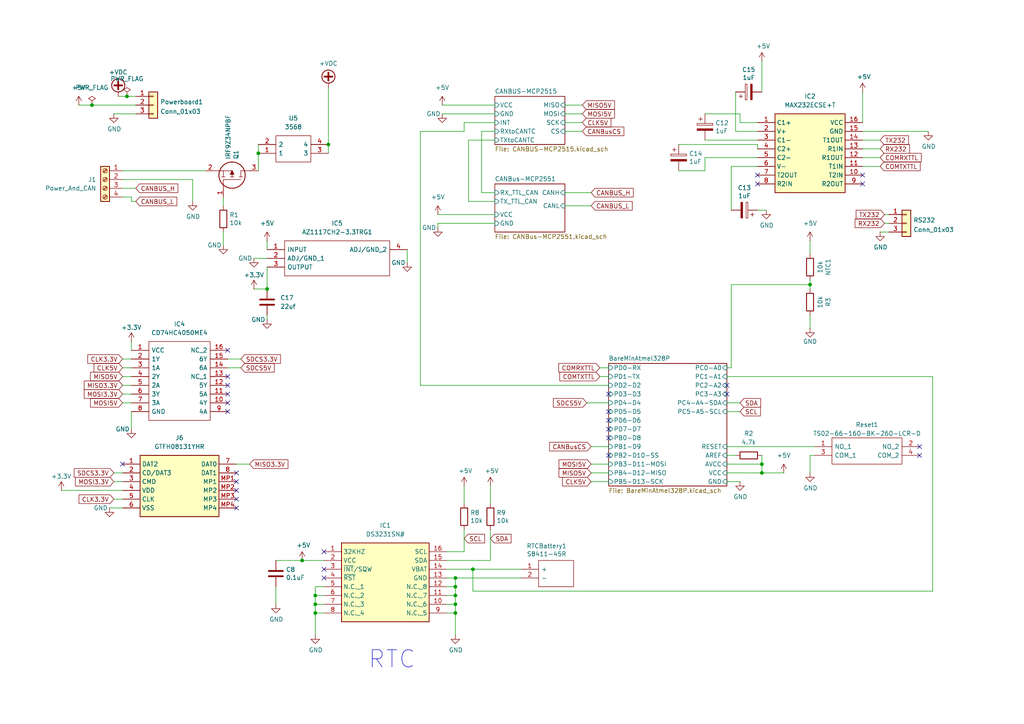
<source format=kicad_sch>
(kicad_sch (version 20250114) (generator "eeschema") (generator_version "9.0")
  (paper "A4")
  (lib_symbols
    (symbol "Connector:Screw_Terminal_01x04" (pin_names (offset 1.016) (hide yes))
      (property "Reference" "J" (at 0 5.08 0))
      (property "Value" "Screw_Terminal_01x04" (at 0 -7.62 0))
      (symbol "Screw_Terminal_01x04_1_1"
        (rectangle (start -1.27 3.81) (end 1.27 -6.35) (stroke (width 0.254)) (fill (type background)))
        (polyline (pts (xy -0.5334 2.8702) (xy 0.3302 2.032)) (stroke (width 0.1524)))
        (polyline (pts (xy -0.5334 0.3302) (xy 0.3302 -0.508)) (stroke (width 0.1524)))
        (polyline (pts (xy -0.5334 -2.2098) (xy 0.3302 -3.048)) (stroke (width 0.1524)))
        (polyline (pts (xy -0.5334 -4.7498) (xy 0.3302 -5.588)) (stroke (width 0.1524)))
        (polyline (pts (xy -0.3556 3.048) (xy 0.508 2.2098)) (stroke (width 0.1524)))
        (polyline (pts (xy -0.3556 0.508) (xy 0.508 -0.3302)) (stroke (width 0.1524)))
        (polyline (pts (xy -0.3556 -2.032) (xy 0.508 -2.8702)) (stroke (width 0.1524)))
        (polyline (pts (xy -0.3556 -4.572) (xy 0.508 -5.4102)) (stroke (width 0.1524)))
        (circle (center 0 2.54) (radius 0.635) (stroke (width 0.1524)))
        (circle (center 0 0) (radius 0.635) (stroke (width 0.1524)))
        (circle (center 0 -2.54) (radius 0.635) (stroke (width 0.1524)))
        (circle (center 0 -5.08) (radius 0.635) (stroke (width 0.1524)))
        (pin passive line (at -5.08 2.54 0) (length 3.81) (name "Pin_1") (number "1"))
        (pin passive line (at -5.08 0 0) (length 3.81) (name "Pin_2") (number "2"))
        (pin passive line (at -5.08 -2.54 0) (length 3.81) (name "Pin_3") (number "3"))
        (pin passive line (at -5.08 -5.08 0) (length 3.81) (name "Pin_4") (number "4"))
      )
    )
    (symbol "Connector_Generic:Conn_01x03" (pin_names (offset 1.016) (hide yes))
      (property "Reference" "J" (at 0 5.08 0))
      (property "Value" "Conn_01x03" (at 0 -5.08 0))
      (symbol "Conn_01x03_1_1"
        (rectangle (start -1.27 3.81) (end 1.27 -3.81) (stroke (width 0.254)) (fill (type background)))
        (rectangle (start -1.27 2.667) (end 0 2.413) (stroke (width 0.1524)))
        (rectangle (start -1.27 0.127) (end 0 -0.127) (stroke (width 0.1524)))
        (rectangle (start -1.27 -2.413) (end 0 -2.667) (stroke (width 0.1524)))
        (pin passive line (at -5.08 2.54 0) (length 3.81) (name "Pin_1") (number "1"))
        (pin passive line (at -5.08 0 0) (length 3.81) (name "Pin_2") (number "2"))
        (pin passive line (at -5.08 -2.54 0) (length 3.81) (name "Pin_3") (number "3"))
      )
    )
    (symbol "Device:C" (pin_numbers (hide yes)) (pin_names (offset 0.254))
      (property "Reference" "C" (at 0.635 2.54 0))
      (property "Value" "C" (at 0.635 -2.54 0))
      (symbol "C_0_1"
        (polyline (pts (xy -2.032 0.762) (xy 2.032 0.762)) (stroke (width 0.508)))
        (polyline (pts (xy -2.032 -0.762) (xy 2.032 -0.762)) (stroke (width 0.508)))
      )
      (symbol "C_1_1"
        (pin passive line (at 0 3.81 270) (length 2.794) (name "~") (number "1"))
        (pin passive line (at 0 -3.81 90) (length 2.794) (name "~") (number "2"))
      )
    )
    (symbol "Device:CP" (pin_numbers (hide yes)) (pin_names (offset 0.254))
      (property "Reference" "C" (at 0.635 2.54 0))
      (property "Value" "Device_CP" (at 0.635 -2.54 0))
      (symbol "CP_0_1"
        (rectangle (start -2.286 0.508) (end 2.286 1.016))
        (polyline (pts (xy -1.778 2.286) (xy -0.762 2.286)))
        (polyline (pts (xy -1.27 2.794) (xy -1.27 1.778)))
        (rectangle (start 2.286 -0.508) (end -2.286 -1.016) (fill (type outline)))
      )
      (symbol "CP_1_1"
        (pin passive line (at 0 3.81 270) (length 2.794) (name "~") (number "1"))
        (pin passive line (at 0 -3.81 90) (length 2.794) (name "~") (number "2"))
      )
    )
    (symbol "Device:R" (pin_numbers (hide yes)) (pin_names (offset 0))
      (property "Reference" "R" (at 2.032 0 90))
      (property "Value" "R" (at 0 0 90))
      (symbol "R_0_1"
        (rectangle (start -1.016 -2.54) (end 1.016 2.54) (stroke (width 0.254)))
      )
      (symbol "R_1_1"
        (pin passive line (at 0 3.81 270) (length 1.27) (name "~") (number "1"))
        (pin passive line (at 0 -3.81 90) (length 1.27) (name "~") (number "2"))
      )
    )
    (symbol "SamacSys:DS3231SN#"
      (property "Reference" "IC" (at 31.75 7.62 0))
      (property "Value" "DS3231SN#" (at 31.75 5.08 0))
      (symbol "DS3231SN#_1_1"
        (rectangle (start 5.08 2.54) (end 30.48 -20.32) (stroke (width 0.254)) (fill (type background)))
        (pin passive line (at 0 0 0) (length 5.08) (name "32KHZ") (number "1"))
        (pin passive line (at 0 -2.54 0) (length 5.08) (name "VCC") (number "2"))
        (pin passive line (at 0 -5.08 0) (length 5.08) (name "~{INT}/SQW") (number "3"))
        (pin passive line (at 0 -7.62 0) (length 5.08) (name "~{RST}") (number "4"))
        (pin passive line (at 0 -10.16 0) (length 5.08) (name "N.C._1") (number "5"))
        (pin passive line (at 0 -12.7 0) (length 5.08) (name "N.C._2") (number "6"))
        (pin passive line (at 0 -15.24 0) (length 5.08) (name "N.C._3") (number "7"))
        (pin passive line (at 0 -17.78 0) (length 5.08) (name "N.C._4") (number "8"))
        (pin passive line (at 35.56 0 180) (length 5.08) (name "SCL") (number "16"))
        (pin passive line (at 35.56 -2.54 180) (length 5.08) (name "SDA") (number "15"))
        (pin passive line (at 35.56 -5.08 180) (length 5.08) (name "VBAT") (number "14"))
        (pin passive line (at 35.56 -7.62 180) (length 5.08) (name "GND") (number "13"))
        (pin passive line (at 35.56 -10.16 180) (length 5.08) (name "N.C._8") (number "12"))
        (pin passive line (at 35.56 -12.7 180) (length 5.08) (name "N.C._7") (number "11"))
        (pin passive line (at 35.56 -15.24 180) (length 5.08) (name "N.C._6") (number "10"))
        (pin passive line (at 35.56 -17.78 180) (length 5.08) (name "N.C._5") (number "9"))
      )
    )
    (symbol "SamacSys:GTFH08131YHR"
      (property "Reference" "J" (at 29.21 7.62 0))
      (property "Value" "GTFH08131YHR" (at 29.21 5.08 0))
      (symbol "GTFH08131YHR_1_1"
        (rectangle (start 5.08 2.54) (end 27.94 -15.24) (stroke (width 0.254)) (fill (type background)))
        (pin passive line (at 0 0 0) (length 5.08) (name "DAT2") (number "1"))
        (pin passive line (at 0 -2.54 0) (length 5.08) (name "CD/DAT3") (number "2"))
        (pin passive line (at 0 -5.08 0) (length 5.08) (name "CMD") (number "3"))
        (pin passive line (at 0 -7.62 0) (length 5.08) (name "VDD") (number "4"))
        (pin passive line (at 0 -10.16 0) (length 5.08) (name "CLK") (number "5"))
        (pin passive line (at 0 -12.7 0) (length 5.08) (name "VSS") (number "6"))
        (pin passive line (at 33.02 0 180) (length 5.08) (name "DAT0") (number "7"))
        (pin passive line (at 33.02 -2.54 180) (length 5.08) (name "DAT1") (number "8"))
        (pin passive line (at 33.02 -5.08 180) (length 5.08) (name "MP1") (number "MP1"))
        (pin passive line (at 33.02 -7.62 180) (length 5.08) (name "MP2") (number "MP2"))
        (pin passive line (at 33.02 -10.16 180) (length 5.08) (name "MP3") (number "MP3"))
        (pin passive line (at 33.02 -12.7 180) (length 5.08) (name "MP4") (number "MP4"))
      )
    )
    (symbol "SamacSys:MAX232ECSE+T"
      (property "Reference" "IC" (at 26.67 7.62 0))
      (property "Value" "MAX232ECSE+T" (at 26.67 5.08 0))
      (symbol "MAX232ECSE+T_1_1"
        (rectangle (start 5.08 2.54) (end 25.4 -20.32) (stroke (width 0.254)) (fill (type background)))
        (pin passive line (at 0 0 0) (length 5.08) (name "C1+") (number "1"))
        (pin passive line (at 0 -2.54 0) (length 5.08) (name "V+") (number "2"))
        (pin passive line (at 0 -5.08 0) (length 5.08) (name "C1-") (number "3"))
        (pin passive line (at 0 -7.62 0) (length 5.08) (name "C2+") (number "4"))
        (pin passive line (at 0 -10.16 0) (length 5.08) (name "C2-") (number "5"))
        (pin passive line (at 0 -12.7 0) (length 5.08) (name "V-") (number "6"))
        (pin passive line (at 0 -15.24 0) (length 5.08) (name "T2OUT") (number "7"))
        (pin passive line (at 0 -17.78 0) (length 5.08) (name "R2IN") (number "8"))
        (pin passive line (at 30.48 0 180) (length 5.08) (name "VCC") (number "16"))
        (pin passive line (at 30.48 -2.54 180) (length 5.08) (name "GND") (number "15"))
        (pin passive line (at 30.48 -5.08 180) (length 5.08) (name "T1OUT") (number "14"))
        (pin passive line (at 30.48 -7.62 180) (length 5.08) (name "R1IN") (number "13"))
        (pin passive line (at 30.48 -10.16 180) (length 5.08) (name "R1OUT") (number "12"))
        (pin passive line (at 30.48 -12.7 180) (length 5.08) (name "T1IN") (number "11"))
        (pin passive line (at 30.48 -15.24 180) (length 5.08) (name "T2IN") (number "10"))
        (pin passive line (at 30.48 -17.78 180) (length 5.08) (name "R2OUT") (number "9"))
      )
    )
    (symbol "SamacSys_Parts:3568" (pin_names (offset 0.762))
      (property "Reference" "U" (at 16.51 7.62 0))
      (property "Value" "3568" (at 16.51 5.08 0))
      (symbol "3568_0_0"
        (pin passive line (at 0 0 0) (length 5.08) (name "2") (number "2"))
        (pin passive line (at 0 -2.54 0) (length 5.08) (name "1") (number "1"))
        (pin passive line (at 20.32 0 180) (length 5.08) (name "4") (number "4"))
        (pin passive line (at 20.32 -2.54 180) (length 5.08) (name "3") (number "3"))
      )
      (symbol "3568_0_1"
        (polyline (pts (xy 5.08 2.54) (xy 15.24 2.54) (xy 15.24 -5.08) (xy 5.08 -5.08) (xy 5.08 2.54)) (stroke (width 0.1524)))
      )
    )
    (symbol "SamacSys_Parts:AZ1117CH2-3.3TRG1" (pin_names (offset 0.762))
      (property "Reference" "IC" (at 36.83 7.62 0))
      (property "Value" "AZ1117CH2-3.3TRG1" (at 36.83 5.08 0))
      (symbol "AZ1117CH2-3.3TRG1_0_0"
        (pin passive line (at 0 0 0) (length 5.08) (name "INPUT") (number "1"))
        (pin passive line (at 0 -2.54 0) (length 5.08) (name "ADJ/GND_1") (number "2"))
        (pin passive line (at 0 -5.08 0) (length 5.08) (name "OUTPUT") (number "3"))
        (pin passive line (at 40.64 0 180) (length 5.08) (name "ADJ/GND_2") (number "4"))
      )
      (symbol "AZ1117CH2-3.3TRG1_0_1"
        (polyline (pts (xy 5.08 2.54) (xy 35.56 2.54) (xy 35.56 -7.62) (xy 5.08 -7.62) (xy 5.08 2.54)) (stroke (width 0.1524)))
      )
    )
    (symbol "SamacSys_Parts:CD74HC4050ME4" (pin_names (offset 0.762))
      (property "Reference" "IC" (at 24.13 7.62 0))
      (property "Value" "CD74HC4050ME4" (at 24.13 5.08 0))
      (symbol "CD74HC4050ME4_0_0"
        (pin passive line (at 0 0 0) (length 5.08) (name "VCC") (number "1"))
        (pin passive line (at 0 -2.54 0) (length 5.08) (name "1Y") (number "2"))
        (pin passive line (at 0 -5.08 0) (length 5.08) (name "1A") (number "3"))
        (pin passive line (at 0 -7.62 0) (length 5.08) (name "2Y") (number "4"))
        (pin passive line (at 0 -10.16 0) (length 5.08) (name "2A") (number "5"))
        (pin passive line (at 0 -12.7 0) (length 5.08) (name "3Y") (number "6"))
        (pin passive line (at 0 -15.24 0) (length 5.08) (name "3A") (number "7"))
        (pin passive line (at 0 -17.78 0) (length 5.08) (name "GND") (number "8"))
        (pin passive line (at 27.94 0 180) (length 5.08) (name "NC_2") (number "16"))
        (pin passive line (at 27.94 -2.54 180) (length 5.08) (name "6Y") (number "15"))
        (pin passive line (at 27.94 -5.08 180) (length 5.08) (name "6A") (number "14"))
        (pin passive line (at 27.94 -7.62 180) (length 5.08) (name "NC_1") (number "13"))
        (pin passive line (at 27.94 -10.16 180) (length 5.08) (name "5Y") (number "12"))
        (pin passive line (at 27.94 -12.7 180) (length 5.08) (name "5A") (number "11"))
        (pin passive line (at 27.94 -15.24 180) (length 5.08) (name "4Y") (number "10"))
        (pin passive line (at 27.94 -17.78 180) (length 5.08) (name "4A") (number "9"))
      )
      (symbol "CD74HC4050ME4_0_1"
        (polyline (pts (xy 5.08 2.54) (xy 22.86 2.54) (xy 22.86 -20.32) (xy 5.08 -20.32) (xy 5.08 2.54)) (stroke (width 0.1524)))
      )
    )
    (symbol "SamacSys_Parts:IRF9Z34NPBF" (pin_names (offset 0.762))
      (property "Reference" "Q" (at 11.43 3.81 0))
      (property "Value" "IRF9Z34NPBF" (at 11.43 1.27 0))
      (symbol "IRF9Z34NPBF_0_0"
        (pin passive line (at 0 0 0) (length 2.54) (name "~") (number "1"))
        (pin passive line (at 7.62 10.16 270) (length 2.54) (name "~") (number "3"))
        (pin passive line (at 7.62 -5.08 90) (length 2.54) (name "~") (number "2"))
      )
      (symbol "IRF9Z34NPBF_0_1"
        (polyline (pts (xy 2.54 0) (xy 5.08 0) (xy 5.08 5.08)) (stroke (width 0.1524)))
        (polyline (pts (xy 5.842 5.588) (xy 5.842 4.572)) (stroke (width 0.1524)))
        (polyline (pts (xy 5.842 2.032) (xy 5.842 3.048)) (stroke (width 0.1524)))
        (polyline (pts (xy 5.842 0) (xy 7.62 0)) (stroke (width 0.1524)))
        (polyline (pts (xy 5.842 -0.508) (xy 5.842 0.508)) (stroke (width 0.1524)))
        (circle (center 6.35 2.54) (radius 3.81) (stroke (width 0.254)))
        (polyline (pts (xy 7.62 5.08) (xy 5.842 5.08)) (stroke (width 0.1524)))
        (polyline (pts (xy 7.62 5.08) (xy 7.62 7.62)) (stroke (width 0.1524)))
        (polyline (pts (xy 7.62 2.54) (xy 5.842 2.54)) (stroke (width 0.1524)))
        (polyline (pts (xy 7.62 2.54) (xy 7.62 -2.54)) (stroke (width 0.1524)))
        (polyline (pts (xy 7.62 2.54) (xy 6.604 3.048) (xy 6.604 2.032) (xy 7.62 2.54)) (stroke (width 0.254)) (fill (type outline)))
      )
    )
    (symbol "SamacSys_Parts:S8411-45R" (pin_names (offset 0.762))
      (property "Reference" "U" (at 16.51 7.62 0))
      (property "Value" "SamacSys_Parts_S8411-45R" (at 16.51 5.08 0))
      (symbol "S8411-45R_0_0"
        (pin passive line (at 0 0 0) (length 5.08) (name "-") (number "2"))
        (pin passive line (at 0 -2.54 0) (length 5.08) (name "+") (number "1"))
      )
      (symbol "S8411-45R_0_1"
        (polyline (pts (xy 5.08 2.54) (xy 15.24 2.54) (xy 15.24 -5.08) (xy 5.08 -5.08) (xy 5.08 2.54)) (stroke (width 0.1524)))
      )
    )
    (symbol "SamacSys_Parts:TS02-66-160-BK-260-LCR-D" (pin_names (offset 0.762))
      (property "Reference" "S" (at 26.67 7.62 0))
      (property "Value" "TS02-66-160-BK-260-LCR-D" (at 26.67 5.08 0))
      (symbol "TS02-66-160-BK-260-LCR-D_0_0"
        (pin passive line (at 0 0 0) (length 5.08) (name "NO_1") (number "1"))
        (pin passive line (at 0 -2.54 0) (length 5.08) (name "COM_1") (number "3"))
        (pin passive line (at 30.48 0 180) (length 5.08) (name "NO_2") (number "2"))
        (pin passive line (at 30.48 -2.54 180) (length 5.08) (name "COM_2") (number "4"))
      )
      (symbol "TS02-66-160-BK-260-LCR-D_0_1"
        (polyline (pts (xy 5.08 2.54) (xy 25.4 2.54) (xy 25.4 -5.08) (xy 5.08 -5.08) (xy 5.08 2.54)) (stroke (width 0.1524)))
      )
    )
    (symbol "power:+3.3V" (power) (pin_numbers (hide yes)) (pin_names (offset 0) (hide yes))
      (property "Value" "+3.3V" (at 0 3.556 0))
      (symbol "+3.3V_0_1"
        (polyline (pts (xy -0.762 1.27) (xy 0 2.54)))
        (polyline (pts (xy 0 2.54) (xy 0.762 1.27)))
        (polyline (pts (xy 0 0) (xy 0 2.54)))
      )
      (symbol "+3.3V_1_1"
        (pin power_in line (at 0 0 90) (length 0) (name "~") (number "1"))
      )
    )
    (symbol "power:+5V" (power) (pin_numbers (hide yes)) (pin_names (offset 0) (hide yes))
      (property "Value" "+5V" (at 0 3.556 0))
      (symbol "+5V_0_1"
        (polyline (pts (xy -0.762 1.27) (xy 0 2.54)))
        (polyline (pts (xy 0 2.54) (xy 0.762 1.27)))
        (polyline (pts (xy 0 0) (xy 0 2.54)))
      )
      (symbol "+5V_1_1"
        (pin power_in line (at 0 0 90) (length 0) (name "~") (number "1"))
      )
    )
    (symbol "power:+VDC" (power) (pin_numbers (hide yes)) (pin_names (offset 0) (hide yes))
      (property "Value" "+VDC" (at 0 6.35 0))
      (symbol "+VDC_0_1"
        (polyline (pts (xy -1.143 3.175) (xy 1.143 3.175)) (stroke (width 0.508)))
        (circle (center 0 3.175) (radius 1.905) (stroke (width 0.254)))
        (polyline (pts (xy 0 2.032) (xy 0 4.318)) (stroke (width 0.508)))
        (polyline (pts (xy 0 0) (xy 0 1.27)))
      )
      (symbol "+VDC_1_1"
        (pin power_in line (at 0 0 90) (length 0) (name "~") (number "1"))
      )
    )
    (symbol "power:GND" (power) (pin_numbers (hide yes)) (pin_names (offset 0) (hide yes))
      (property "Value" "GND" (at 0 -3.81 0))
      (symbol "GND_0_1"
        (polyline (pts (xy 0 0) (xy 0 -1.27) (xy 1.27 -1.27) (xy 0 -2.54) (xy -1.27 -1.27) (xy 0 -1.27)))
      )
      (symbol "GND_1_1"
        (pin power_in line (at 0 0 270) (length 0) (name "~") (number "1"))
      )
    )
    (symbol "power:PWR_FLAG" (power) (pin_numbers (hide yes)) (pin_names (offset 0) (hide yes))
      (property "Value" "PWR_FLAG" (at 0 3.81 0))
      (symbol "PWR_FLAG_0_0"
        (pin power_out line (at 0 0 90) (length 0) (name "~") (number "1"))
      )
      (symbol "PWR_FLAG_0_1"
        (polyline (pts (xy 0 0) (xy 0 1.27) (xy -1.016 1.905) (xy 0 2.54) (xy 1.016 1.905) (xy 0 1.27)))
      )
    )
  )
  (text "RTC" (at 106.68 194.31 0) (effects (font (size 5.0038 5.0038)) (justify left bottom)))
  (junction (at 87.63 162.56))
  (junction (at 77.47 83.82))
  (junction (at 132.08 172.72))
  (junction (at 132.08 175.26))
  (junction (at 234.95 82.55))
  (junction (at 95.25 41.91))
  (junction (at 132.08 177.8))
  (junction (at 74.93 44.45))
  (junction (at 137.16 165.1))
  (junction (at 91.44 175.26))
  (junction (at 91.44 172.72))
  (junction (at 36.83 27.94))
  (junction (at 132.08 167.64))
  (junction (at 91.44 177.8))
  (junction (at 220.98 134.62))
  (junction (at 26.67 30.48))
  (junction (at 220.98 137.16))
  (junction (at 132.08 170.18))
  (no_connect (at 93.98 167.64))
  (no_connect (at 176.53 114.3))
  (no_connect (at 66.04 109.22))
  (no_connect (at 219.71 53.34))
  (no_connect (at 266.7 132.08))
  (no_connect (at 93.98 165.1))
  (no_connect (at 66.04 116.84))
  (no_connect (at 66.04 111.76))
  (no_connect (at 68.58 137.16))
  (no_connect (at 176.53 132.08))
  (no_connect (at 68.58 147.32))
  (no_connect (at 250.19 50.8))
  (no_connect (at 210.82 114.3))
  (no_connect (at 66.04 101.6))
  (no_connect (at 176.53 124.46))
  (no_connect (at 266.7 129.54))
  (no_connect (at 68.58 139.7))
  (no_connect (at 35.56 134.62))
  (no_connect (at 68.58 142.24))
  (no_connect (at 219.71 50.8))
  (no_connect (at 66.04 119.38))
  (no_connect (at 176.53 121.92))
  (no_connect (at 68.58 144.78))
  (no_connect (at 93.98 160.02))
  (no_connect (at 66.04 114.3))
  (no_connect (at 210.82 111.76))
  (no_connect (at 176.53 127))
  (no_connect (at 250.19 53.34))
  (no_connect (at 176.53 119.38))
  (wire (pts (xy 35.56 109.22) (xy 38.1 109.22)))
  (wire (pts (xy 34.29 27.94) (xy 36.83 27.94)))
  (wire (pts (xy 35.56 52.07) (xy 55.88 52.07)))
  (wire (pts (xy 128.27 33.02) (xy 143.51 33.02)))
  (wire (pts (xy 66.04 106.68) (xy 69.85 106.68)))
  (wire (pts (xy 35.56 114.3) (xy 38.1 114.3)))
  (wire (pts (xy 95.25 41.91) (xy 95.25 44.45)))
  (wire (pts (xy 170.18 116.84) (xy 176.53 116.84)))
  (wire (pts (xy 80.01 170.18) (xy 80.01 175.26)))
  (wire (pts (xy 176.53 111.76) (xy 121.92 111.76)))
  (wire (pts (xy 26.67 30.48) (xy 39.37 30.48)))
  (wire (pts (xy 219.71 45.72) (xy 204.47 45.72)))
  (wire (pts (xy 212.09 106.68) (xy 212.09 82.55)))
  (wire (pts (xy 93.98 172.72) (xy 91.44 172.72)))
  (wire (pts (xy 35.56 106.68) (xy 38.1 106.68)))
  (wire (pts (xy 163.83 35.56) (xy 168.91 35.56)))
  (wire (pts (xy 213.36 26.67) (xy 213.36 38.1)))
  (wire (pts (xy 250.19 43.18) (xy 255.27 43.18)))
  (wire (pts (xy 213.36 38.1) (xy 219.71 38.1)))
  (wire (pts (xy 38.1 58.42) (xy 38.1 57.15)))
  (wire (pts (xy 234.95 82.55) (xy 234.95 83.82)))
  (wire (pts (xy 250.19 45.72) (xy 255.27 45.72)))
  (wire (pts (xy 234.95 132.08) (xy 234.95 137.16)))
  (wire (pts (xy 91.44 175.26) (xy 91.44 177.8)))
  (wire (pts (xy 143.51 64.77) (xy 127 64.77)))
  (wire (pts (xy 132.08 184.15) (xy 132.08 177.8)))
  (wire (pts (xy 151.13 167.64) (xy 132.08 167.64)))
  (wire (pts (xy 33.02 137.16) (xy 35.56 137.16)))
  (wire (pts (xy 55.88 58.42) (xy 55.88 52.07)))
  (wire (pts (xy 73.66 83.82) (xy 77.47 83.82)))
  (wire (pts (xy 234.95 81.28) (xy 234.95 82.55)))
  (wire (pts (xy 163.83 33.02) (xy 168.91 33.02)))
  (wire (pts (xy 142.24 162.56) (xy 142.24 153.67)))
  (wire (pts (xy 91.44 172.72) (xy 91.44 175.26)))
  (wire (pts (xy 210.82 139.7) (xy 214.63 139.7)))
  (wire (pts (xy 250.19 35.56) (xy 250.19 26.67)))
  (wire (pts (xy 151.13 165.1) (xy 137.16 165.1)))
  (wire (pts (xy 173.99 109.22) (xy 176.53 109.22)))
  (wire (pts (xy 139.7 38.1) (xy 143.51 38.1)))
  (wire (pts (xy 256.54 62.23) (xy 257.81 62.23)))
  (wire (pts (xy 87.63 162.56) (xy 93.98 162.56)))
  (wire (pts (xy 33.02 144.78) (xy 35.56 144.78)))
  (wire (pts (xy 38.1 99.06) (xy 38.1 101.6)))
  (wire (pts (xy 127 62.23) (xy 143.51 62.23)))
  (wire (pts (xy 132.08 177.8) (xy 132.08 175.26)))
  (wire (pts (xy 80.01 162.56) (xy 87.63 162.56)))
  (wire (pts (xy 204.47 49.53) (xy 196.85 49.53)))
  (wire (pts (xy 210.82 132.08) (xy 213.36 132.08)))
  (wire (pts (xy 137.16 171.45) (xy 270.51 171.45)))
  (wire (pts (xy 128.27 30.48) (xy 143.51 30.48)))
  (wire (pts (xy 132.08 167.64) (xy 132.08 170.18)))
  (wire (pts (xy 220.98 137.16) (xy 227.33 137.16)))
  (wire (pts (xy 35.56 116.84) (xy 38.1 116.84)))
  (wire (pts (xy 132.08 172.72) (xy 132.08 170.18)))
  (wire (pts (xy 121.92 38.1) (xy 134.62 38.1)))
  (wire (pts (xy 118.11 72.39) (xy 118.11 76.2)))
  (wire (pts (xy 73.66 74.93) (xy 77.47 74.93)))
  (wire (pts (xy 127 64.77) (xy 127 66.04)))
  (wire (pts (xy 129.54 167.64) (xy 132.08 167.64)))
  (wire (pts (xy 250.19 38.1) (xy 269.24 38.1)))
  (wire (pts (xy 173.99 106.68) (xy 176.53 106.68)))
  (wire (pts (xy 129.54 162.56) (xy 142.24 162.56)))
  (wire (pts (xy 234.95 91.44) (xy 234.95 95.25)))
  (wire (pts (xy 77.47 83.82) (xy 77.47 77.47)))
  (wire (pts (xy 38.1 57.15) (xy 35.56 57.15)))
  (wire (pts (xy 17.78 142.24) (xy 35.56 142.24)))
  (wire (pts (xy 212.09 48.26) (xy 212.09 60.96)))
  (wire (pts (xy 270.51 109.22) (xy 270.51 171.45)))
  (wire (pts (xy 222.25 60.96) (xy 219.71 60.96)))
  (wire (pts (xy 74.93 44.45) (xy 74.93 49.53)))
  (wire (pts (xy 68.58 134.62) (xy 72.39 134.62)))
  (wire (pts (xy 143.51 55.88) (xy 139.7 55.88)))
  (wire (pts (xy 31.75 147.32) (xy 35.56 147.32)))
  (wire (pts (xy 210.82 106.68) (xy 212.09 106.68)))
  (wire (pts (xy 214.63 35.56) (xy 214.63 33.02)))
  (wire (pts (xy 77.47 69.85) (xy 77.47 72.39)))
  (wire (pts (xy 176.53 139.7) (xy 171.45 139.7)))
  (wire (pts (xy 210.82 129.54) (xy 236.22 129.54)))
  (wire (pts (xy 135.89 40.64) (xy 135.89 58.42)))
  (wire (pts (xy 93.98 177.8) (xy 91.44 177.8)))
  (wire (pts (xy 250.19 40.64) (xy 255.27 40.64)))
  (wire (pts (xy 163.83 30.48) (xy 168.91 30.48)))
  (wire (pts (xy 220.98 134.62) (xy 220.98 137.16)))
  (wire (pts (xy 121.92 111.76) (xy 121.92 38.1)))
  (wire (pts (xy 22.86 30.48) (xy 26.67 30.48)))
  (wire (pts (xy 171.45 137.16) (xy 176.53 137.16)))
  (wire (pts (xy 210.82 116.84) (xy 214.63 116.84)))
  (wire (pts (xy 255.27 67.31) (xy 257.81 67.31)))
  (wire (pts (xy 219.71 35.56) (xy 214.63 35.56)))
  (wire (pts (xy 171.45 134.62) (xy 176.53 134.62)))
  (wire (pts (xy 134.62 160.02) (xy 134.62 153.67)))
  (wire (pts (xy 234.95 69.85) (xy 234.95 73.66)))
  (wire (pts (xy 35.56 49.53) (xy 59.69 49.53)))
  (wire (pts (xy 137.16 171.45) (xy 137.16 165.1)))
  (wire (pts (xy 210.82 109.22) (xy 270.51 109.22)))
  (wire (pts (xy 129.54 160.02) (xy 134.62 160.02)))
  (wire (pts (xy 36.83 27.94) (xy 39.37 27.94)))
  (wire (pts (xy 163.83 59.69) (xy 171.45 59.69)))
  (wire (pts (xy 129.54 177.8) (xy 132.08 177.8)))
  (wire (pts (xy 214.63 33.02) (xy 204.47 33.02)))
  (wire (pts (xy 33.02 33.02) (xy 39.37 33.02)))
  (wire (pts (xy 219.71 41.91) (xy 219.71 43.18)))
  (wire (pts (xy 91.44 170.18) (xy 91.44 172.72)))
  (wire (pts (xy 66.04 104.14) (xy 69.85 104.14)))
  (wire (pts (xy 220.98 26.67) (xy 220.98 17.78)))
  (wire (pts (xy 256.54 64.77) (xy 257.81 64.77)))
  (wire (pts (xy 134.62 146.05) (xy 134.62 140.97)))
  (wire (pts (xy 93.98 170.18) (xy 91.44 170.18)))
  (wire (pts (xy 93.98 175.26) (xy 91.44 175.26)))
  (wire (pts (xy 74.93 41.91) (xy 74.93 44.45)))
  (wire (pts (xy 196.85 41.91) (xy 219.71 41.91)))
  (wire (pts (xy 33.02 139.7) (xy 35.56 139.7)))
  (wire (pts (xy 129.54 175.26) (xy 132.08 175.26)))
  (wire (pts (xy 134.62 35.56) (xy 143.51 35.56)))
  (wire (pts (xy 139.7 55.88) (xy 139.7 38.1)))
  (wire (pts (xy 219.71 48.26) (xy 212.09 48.26)))
  (wire (pts (xy 132.08 170.18) (xy 129.54 170.18)))
  (wire (pts (xy 163.83 38.1) (xy 168.91 38.1)))
  (wire (pts (xy 39.37 58.42) (xy 38.1 58.42)))
  (wire (pts (xy 142.24 146.05) (xy 142.24 140.97)))
  (wire (pts (xy 64.77 67.31) (xy 64.77 71.12)))
  (wire (pts (xy 236.22 132.08) (xy 234.95 132.08)))
  (wire (pts (xy 132.08 175.26) (xy 132.08 172.72)))
  (wire (pts (xy 135.89 58.42) (xy 143.51 58.42)))
  (wire (pts (xy 129.54 172.72) (xy 132.08 172.72)))
  (wire (pts (xy 134.62 38.1) (xy 134.62 35.56)))
  (wire (pts (xy 250.19 48.26) (xy 255.27 48.26)))
  (wire (pts (xy 143.51 40.64) (xy 135.89 40.64)))
  (wire (pts (xy 77.47 91.44) (xy 77.47 92.71)))
  (wire (pts (xy 163.83 55.88) (xy 171.45 55.88)))
  (wire (pts (xy 204.47 45.72) (xy 204.47 49.53)))
  (wire (pts (xy 210.82 119.38) (xy 214.63 119.38)))
  (wire (pts (xy 38.1 119.38) (xy 38.1 124.46)))
  (wire (pts (xy 204.47 40.64) (xy 219.71 40.64)))
  (wire (pts (xy 35.56 54.61) (xy 39.37 54.61)))
  (wire (pts (xy 95.25 25.4) (xy 95.25 41.91)))
  (wire (pts (xy 212.09 82.55) (xy 234.95 82.55)))
  (wire (pts (xy 91.44 177.8) (xy 91.44 184.15)))
  (wire (pts (xy 137.16 165.1) (xy 129.54 165.1)))
  (wire (pts (xy 64.77 59.69) (xy 64.77 57.15)))
  (wire (pts (xy 210.82 134.62) (xy 220.98 134.62)))
  (wire (pts (xy 35.56 111.76) (xy 38.1 111.76)))
  (wire (pts (xy 220.98 132.08) (xy 220.98 134.62)))
  (wire (pts (xy 35.56 104.14) (xy 38.1 104.14)))
  (wire (pts (xy 210.82 137.16) (xy 220.98 137.16)))
  (wire (pts (xy 171.45 129.54) (xy 176.53 129.54)))
  (global_label "MOSI5V" (shape input) (at 35.56 116.84 180) (property "Intersheetrefs" "${INTERSHEET_REFS}" (effects (hide yes))))
  (global_label "CLK5V" (shape input) (at 171.45 139.7 180) (property "Intersheetrefs" "${INTERSHEET_REFS}" (effects (hide yes))))
  (global_label "TX232" (shape input) (at 255.27 40.64 0) (property "Intersheetrefs" "${INTERSHEET_REFS}" (effects (hide yes))))
  (global_label "MISO5V" (shape input) (at 171.45 137.16 180) (property "Intersheetrefs" "${INTERSHEET_REFS}" (effects (hide yes))))
  (global_label "CLK3.3V" (shape input) (at 33.02 144.78 180) (property "Intersheetrefs" "${INTERSHEET_REFS}" (effects (hide yes))))
  (global_label "RX232" (shape input) (at 256.54 64.77 180) (property "Intersheetrefs" "${INTERSHEET_REFS}" (effects (hide yes))))
  (global_label "CLK5V" (shape input) (at 35.56 106.68 180) (property "Intersheetrefs" "${INTERSHEET_REFS}" (effects (hide yes))))
  (global_label "COMRXTTL" (shape input) (at 255.27 45.72 0) (property "Intersheetrefs" "${INTERSHEET_REFS}" (effects (hide yes))))
  (global_label "COMTXTTL" (shape input) (at 255.27 48.26 0) (property "Intersheetrefs" "${INTERSHEET_REFS}" (effects (hide yes))))
  (global_label "CANBusCS" (shape input) (at 171.45 129.54 180) (property "Intersheetrefs" "${INTERSHEET_REFS}" (effects (hide yes))))
  (global_label "SDCS3.3V" (shape input) (at 33.02 137.16 180) (property "Intersheetrefs" "${INTERSHEET_REFS}" (effects (hide yes))))
  (global_label "SDCS3.3V" (shape input) (at 69.85 104.14 0) (property "Intersheetrefs" "${INTERSHEET_REFS}" (effects (hide yes))))
  (global_label "MOSI3.3V" (shape input) (at 33.02 139.7 180) (property "Intersheetrefs" "${INTERSHEET_REFS}" (effects (hide yes))))
  (global_label "MOSI5V" (shape input) (at 171.45 134.62 180) (property "Intersheetrefs" "${INTERSHEET_REFS}" (effects (hide yes))))
  (global_label "MISO3.3V" (shape input) (at 35.56 111.76 180) (property "Intersheetrefs" "${INTERSHEET_REFS}" (effects (hide yes))))
  (global_label "CANBUS_H" (shape input) (at 39.37 54.61 0) (property "Intersheetrefs" "${INTERSHEET_REFS}" (effects (hide yes))))
  (global_label "MISO3.3V" (shape input) (at 72.39 134.62 0) (property "Intersheetrefs" "${INTERSHEET_REFS}" (effects (hide yes))))
  (global_label "MOSI5V" (shape input) (at 168.91 33.02 0) (property "Intersheetrefs" "${INTERSHEET_REFS}" (effects (hide yes))))
  (global_label "CLK5V" (shape input) (at 168.91 35.56 0) (property "Intersheetrefs" "${INTERSHEET_REFS}" (effects (hide yes))))
  (global_label "MISO5V" (shape input) (at 168.91 30.48 0) (property "Intersheetrefs" "${INTERSHEET_REFS}" (effects (hide yes))))
  (global_label "MOSI3.3V" (shape input) (at 35.56 114.3 180) (property "Intersheetrefs" "${INTERSHEET_REFS}" (effects (hide yes))))
  (global_label "SDA" (shape input) (at 142.24 156.21 0) (property "Intersheetrefs" "${INTERSHEET_REFS}" (effects (hide yes))))
  (global_label "CANBUS_H" (shape input) (at 171.45 55.88 0) (property "Intersheetrefs" "${INTERSHEET_REFS}" (effects (hide yes))))
  (global_label "MISO5V" (shape input) (at 35.56 109.22 180) (property "Intersheetrefs" "${INTERSHEET_REFS}" (effects (hide yes))))
  (global_label "SCL" (shape input) (at 214.63 119.38 0) (property "Intersheetrefs" "${INTERSHEET_REFS}" (effects (hide yes))))
  (global_label "SDCS5V" (shape input) (at 69.85 106.68 0) (property "Intersheetrefs" "${INTERSHEET_REFS}" (effects (hide yes))))
  (global_label "RX232" (shape input) (at 255.27 43.18 0) (property "Intersheetrefs" "${INTERSHEET_REFS}" (effects (hide yes))))
  (global_label "TX232" (shape input) (at 256.54 62.23 180) (property "Intersheetrefs" "${INTERSHEET_REFS}" (effects (hide yes))))
  (global_label "COMTXTTL" (shape input) (at 173.99 109.22 180) (property "Intersheetrefs" "${INTERSHEET_REFS}" (effects (hide yes))))
  (global_label "SDA" (shape input) (at 214.63 116.84 0) (property "Intersheetrefs" "${INTERSHEET_REFS}" (effects (hide yes))))
  (global_label "SCL" (shape input) (at 134.62 156.21 0) (property "Intersheetrefs" "${INTERSHEET_REFS}" (effects (hide yes))))
  (global_label "COMRXTTL" (shape input) (at 173.99 106.68 180) (property "Intersheetrefs" "${INTERSHEET_REFS}" (effects (hide yes))))
  (global_label "SDCS5V" (shape input) (at 170.18 116.84 180) (property "Intersheetrefs" "${INTERSHEET_REFS}" (effects (hide yes))))
  (global_label "CANBUS_L" (shape input) (at 171.45 59.69 0) (property "Intersheetrefs" "${INTERSHEET_REFS}" (effects (hide yes))))
  (global_label "CANBUS_L" (shape input) (at 39.37 58.42 0) (property "Intersheetrefs" "${INTERSHEET_REFS}" (effects (hide yes))))
  (global_label "CLK3.3V" (shape input) (at 35.56 104.14 180) (property "Intersheetrefs" "${INTERSHEET_REFS}" (effects (hide yes))))
  (global_label "CANBusCS" (shape input) (at 168.91 38.1 0) (property "Intersheetrefs" "${INTERSHEET_REFS}" (effects (hide yes))))
  (symbol (lib_id "SamacSys_Parts:S8411-45R") (at 151.13 167.64 0) (mirror x) (unit 1)
    (property "Reference" "RTCBattery1" (at 158.5468 158.369 0))
    (property "Value" "S8411-45R" (at 158.5468 160.6804 0))
    (property "Footprint" "SamacSys_Parts:S8411-45R_1" (effects (hide yes)))
    (property "Datasheet" "https://cdn.harwin.com/pdfs/S8411R.pdf" (effects (hide yes)))
    (property "Description" "HARWIN - S8411-45R - HOLDER, COIN CELL, CR1220, FULL REEL" (effects (hide yes)))
    (property "Mouser Part Number" "855-S8411-45R" (effects (hide yes)))
    (property "Mouser Price/Stock" "https://www.mouser.co.uk/ProductDetail/Harwin/S8411-45R?qs=Qom7kyPojXY6B0JhnWxDgQ%3D%3D" (effects (hide yes)))
    (property "Manufacturer_Name" "Harwin" (effects (hide yes)))
    (property "Manufacturer_Part_Number" "S8411-45R" (effects (hide yes)))
  )
  (symbol (lib_id "power:+5V") (at 220.98 17.78 0) (unit 1)
    (property "Reference" "#PWR049" (effects (hide yes)))
    (property "Value" "+5V" (at 221.361 13.3858 0))
  )
  (symbol (lib_id "Device:CP") (at 196.85 45.72 0) (unit 1)
    (property "Reference" "C14" (at 199.8472 44.5516 0) (effects (justify left)))
    (property "Value" "1uF" (at 199.8472 46.863 0) (effects (justify left)))
    (property "Footprint" "Capacitor_THT:CP_Radial_D5.0mm_P2.50mm" (effects (hide yes)))
  )
  (symbol (lib_id "Device:CP") (at 204.47 36.83 0) (unit 1)
    (property "Reference" "C12" (at 207.4672 35.6616 0) (effects (justify left)))
    (property "Value" "1uF" (at 207.4672 37.973 0) (effects (justify left)))
    (property "Footprint" "Capacitor_THT:CP_Radial_D5.0mm_P2.50mm" (effects (hide yes)))
  )
  (symbol (lib_id "Device:CP") (at 217.17 26.67 90) (unit 1)
    (property "Reference" "C15" (at 217.17 20.193 90))
    (property "Value" "1uF" (at 217.17 22.5044 90))
    (property "Footprint" "Capacitor_THT:CP_Radial_D5.0mm_P2.50mm" (effects (hide yes)))
  )
  (symbol (lib_id "Device:CP") (at 215.9 60.96 270) (mirror x) (unit 1)
    (property "Reference" "C13" (at 215.9 54.483 90))
    (property "Value" "1uF" (at 215.9 56.7944 90))
    (property "Footprint" "Capacitor_THT:CP_Radial_D5.0mm_P2.50mm" (effects (hide yes)))
  )
  (symbol (lib_id "power:GND") (at 222.25 60.96 0) (unit 1)
    (property "Reference" "#PWR048" (effects (hide yes)))
    (property "Value" "GND" (at 222.377 65.3542 0))
  )
  (symbol (lib_id "power:GND") (at 38.1 124.46 0) (unit 1)
    (property "Reference" "#PWR011" (effects (hide yes)))
    (property "Value" "GND" (at 35.56 124.46 0))
    (property "Description" "Power symbol creates a global label with name \"GND\" , ground" (effects (hide yes)))
  )
  (symbol (lib_id "Connector_Generic:Conn_01x03") (at 262.89 64.77 0) (unit 1)
    (property "Reference" "RS232" (at 264.922 63.8615 0) (effects (justify left)))
    (property "Value" "Conn_01x03" (at 264.922 66.6366 0) (effects (justify left)))
    (property "Footprint" "Connector_PinHeader_2.54mm:PinHeader_1x03_P2.54mm_Vertical" (effects (hide yes)))
    (property "Description" "Generic connector, single row, 01x03, script generated (kicad-library-utils/schlib/autogen/connector/)" (effects (hide yes)))
  )
  (symbol (lib_id "power:GND") (at 73.66 74.93 0) (unit 1)
    (property "Reference" "#PWR05" (effects (hide yes)))
    (property "Value" "GND" (at 71.12 74.93 0))
    (property "Description" "Power symbol creates a global label with name \"GND\" , ground" (effects (hide yes)))
  )
  (symbol (lib_id "power:+5V") (at 22.86 30.48 0) (unit 1)
    (property "Reference" "#PWR01" (effects (hide yes)))
    (property "Value" "+5V" (at 22.86 25.4 0))
    (property "Description" "Power symbol creates a global label with name \"+5V\"" (effects (hide yes)))
  )
  (symbol (lib_id "power:GND") (at 80.01 175.26 0) (unit 1)
    (property "Reference" "#PWR024" (effects (hide yes)))
    (property "Value" "GND" (at 80.137 179.6542 0))
  )
  (symbol (lib_id "power:+3.3V") (at 73.66 83.82 0) (unit 1)
    (property "Reference" "#PWR09" (effects (hide yes)))
    (property "Value" "+3.3V" (at 73.66 79.756 0))
    (property "Description" "Power symbol creates a global label with name \"+3.3V\"" (effects (hide yes)))
  )
  (symbol (lib_id "SamacSys_Parts:IRF9Z34NPBF") (at 64.77 57.15 270) (mirror x) (unit 1)
    (property "Reference" "Q1" (at 68.4784 46.228 0) (effects (justify left)))
    (property "Value" "IRF9Z34NPBF" (at 66.167 46.228 0) (effects (justify left)))
    (property "Footprint" "TO254P469X1042X1967-3P" (effects (hide yes)))
    (property "Datasheet" "https://www.infineon.com/dgdl/irf9z34npbf.pdf?fileId=5546d462533600a40153561220af1ddd" (effects (hide yes)))
    (property "Description" "MOSFET MOSFT PCh -55V -17A 100mOhm 23.3nC" (effects (hide yes)))
    (property "Height" "4.69" (effects (hide yes)))
    (property "Mouser Part Number" "942-IRF9Z34NPBF" (effects (hide yes)))
    (property "Mouser Price/Stock" "https://www.mouser.co.uk/ProductDetail/Infineon-Technologies/IRF9Z34NPBF?qs=9%252BKlkBgLFf16a%2FvlD%252BMCtQ%3D%3D" (effects (hide yes)))
    (property "Manufacturer_Name" "Infineon" (effects (hide yes)))
    (property "Manufacturer_Part_Number" "IRF9Z34NPBF" (effects (hide yes)))
  )
  (symbol (lib_id "power:+3.3V") (at 38.1 99.06 0) (unit 1)
    (property "Reference" "#PWR022" (effects (hide yes)))
    (property "Value" "+3.3V" (at 38.1 94.996 0))
    (property "Description" "Power symbol creates a global label with name \"+3.3V\"" (effects (hide yes)))
  )
  (symbol (lib_id "power:PWR_FLAG") (at 36.83 27.94 0) (unit 1)
    (property "Reference" "#FLG02" (effects (hide yes)))
    (property "Value" "PWR_FLAG" (at 36.83 22.86 0))
    (property "Description" "Special symbol for telling ERC where power comes from" (effects (hide yes)))
  )
  (symbol (lib_id "power:GND") (at 31.75 147.32 0) (unit 1)
    (property "Reference" "#PWR028" (effects (hide yes)))
    (property "Value" "GND" (at 29.21 147.32 0))
    (property "Description" "Power symbol creates a global label with name \"GND\" , ground" (effects (hide yes)))
  )
  (symbol (lib_id "SamacSys_Parts:AZ1117CH2-3.3TRG1") (at 77.47 72.39 0) (unit 1)
    (property "Reference" "IC5" (at 97.79 64.77 0))
    (property "Value" "AZ1117CH2-3.3TRG1" (at 97.79 67.31 0))
    (property "Footprint" "SOT230P700X180-4N" (effects (hide yes)))
    (property "Datasheet" "https://www.diodes.com//assets/Datasheets/AZ1117C.pdf" (effects (hide yes)))
    (property "Description" "LDO Voltage Regulators LDO BJT HiCurr SOT223 T&R 4K" (effects (hide yes)))
    (property "Height" "1.8" (effects (hide yes)))
    (property "Mouser Part Number" "621-AZ1117CH2-33TRG1" (effects (hide yes)))
    (property "Mouser Price/Stock" "https://www.mouser.co.uk/ProductDetail/Diodes-Incorporated/AZ1117CH2-3.3TRG1?qs=lQAVKuKFhkLc7jCxso2G3w%3D%3D" (effects (hide yes)))
    (property "Manufacturer_Name" "Diodes Incorporated" (effects (hide yes)))
    (property "Manufacturer_Part_Number" "AZ1117CH2-3.3TRG1" (effects (hide yes)))
  )
  (symbol (lib_id "power:+VDC") (at 34.29 27.94 0) (unit 1)
    (property "Reference" "#PWR02" (effects (hide yes)))
    (property "Value" "+VDC" (at 34.29 20.955 0))
    (property "Description" "Power symbol creates a global label with name \"+VDC\"" (effects (hide yes)))
  )
  (symbol (lib_id "power:GND") (at 132.08 184.15 0) (unit 1)
    (property "Reference" "#PWR026" (effects (hide yes)))
    (property "Value" "GND" (at 132.207 188.5442 0))
  )
  (symbol (lib_id "SamacSys_Parts:TS02-66-160-BK-260-LCR-D") (at 236.22 129.54 0) (unit 1)
    (property "Reference" "Reset1" (at 251.46 123.19 0))
    (property "Value" "TS02-66-160-BK-260-LCR-D" (at 251.46 125.73 0))
    (property "Footprint" "TS0266160BK260LCRD" (effects (hide yes)))
    (property "Datasheet" "https://www.cuidevices.com/product/resource/ts02.pdf" (effects (hide yes)))
    (property "Description" "Tactile Switches 6 x 6 mm, 16 mm Act Height, 260 gf, Black, Long Crimped, Through Hole, SPST," (effects (hide yes)))
    (property "Height" "16.2" (effects (hide yes)))
    (property "Mouser Part Number" "179-TS0266160BK260LC" (effects (hide yes)))
    (property "Mouser Price/Stock" "https://www.mouser.co.uk/ProductDetail/CUI-Devices/TS02-66-160-BK-260-LCR-D?qs=A6eO%252BMLsxmR2iSh4nOToMQ%3D%3D" (effects (hide yes)))
    (property "Manufacturer_Name" "CUI Devices" (effects (hide yes)))
    (property "Manufacturer_Part_Number" "TS02-66-160-BK-260-LCR-D" (effects (hide yes)))
  )
  (symbol (lib_id "power:GND") (at 234.95 137.16 0) (unit 1)
    (property "Reference" "#PWR021" (effects (hide yes)))
    (property "Value" "GND" (at 235.077 141.5542 0))
    (property "Description" "Power symbol creates a global label with name \"GND\" , ground" (effects (hide yes)))
  )
  (symbol (lib_id "power:+5V") (at 127 62.23 0) (unit 1)
    (property "Reference" "#PWR013" (effects (hide yes)))
    (property "Value" "+5V" (at 127 57.15 0))
    (property "Description" "Power symbol creates a global label with name \"+5V\"" (effects (hide yes)))
  )
  (symbol (lib_id "power:+5V") (at 134.62 140.97 0) (unit 1)
    (property "Reference" "#PWR0189" (effects (hide yes)))
    (property "Value" "+5V" (at 135.001 136.5758 0))
  )
  (symbol (lib_id "SamacSys:MAX232ECSE+T") (at 219.71 35.56 0) (unit 1)
    (property "Reference" "IC2" (at 234.95 27.94 0))
    (property "Value" "MAX232ECSE+T" (at 234.95 30.48 0))
    (property "Footprint" "SOIC127P600X175-16N" (effects (hide yes)))
    (property "Datasheet" "https://www.analog.com/MAX232E/datasheet" (effects (hide yes)))
    (property "Description" "16 Narrow SO" (effects (hide yes)))
    (property "Height" "1.75" (effects (hide yes)))
    (property "Mouser Part Number" "700-MAX232ECSET" (effects (hide yes)))
    (property "Mouser Price/Stock" "https://www.mouser.co.uk/ProductDetail/Analog-Devices-Maxim-Integrated/MAX232ECSE%2bT?qs=CDqwynd4ZNr3sT7RoID%252Bmw%3D%3D" (effects (hide yes)))
    (property "Manufacturer_Name" "Analog Devices" (effects (hide yes)))
    (property "Manufacturer_Part_Number" "MAX232ECSE+T" (effects (hide yes)))
  )
  (symbol (lib_id "power:GND") (at 33.02 33.02 0) (unit 1)
    (property "Reference" "#PWR03" (effects (hide yes)))
    (property "Value" "GND" (at 33.147 37.4142 0))
    (property "Description" "Power symbol creates a global label with name \"GND\" , ground" (effects (hide yes)))
  )
  (symbol (lib_id "power:GND") (at 118.11 76.2 0) (unit 1)
    (property "Reference" "#PWR04" (effects (hide yes)))
    (property "Value" "GND" (at 115.57 76.2 0))
    (property "Description" "Power symbol creates a global label with name \"GND\" , ground" (effects (hide yes)))
  )
  (symbol (lib_id "power:PWR_FLAG") (at 26.67 30.48 0) (unit 1)
    (property "Reference" "#FLG01" (effects (hide yes)))
    (property "Value" "PWR_FLAG" (at 26.67 25.4 0))
    (property "Description" "Special symbol for telling ERC where power comes from" (effects (hide yes)))
  )
  (symbol (lib_id "SamacSys_Parts:CD74HC4050ME4") (at 38.1 101.6 0) (unit 1)
    (property "Reference" "IC4" (at 52.07 93.98 0))
    (property "Value" "CD74HC4050ME4" (at 52.07 96.52 0))
    (property "Footprint" "SOIC127P600X175-16N" (effects (hide yes)))
    (property "Datasheet" "https://www.ti.com/lit/pdf/MPDS178" (effects (hide yes)))
    (property "Description" "Buffers & Line Drivers Hi-Spd CMOS Logic Hex Non-Inv Bfr" (effects (hide yes)))
    (property "Height" "1.75" (effects (hide yes)))
    (property "Mouser Part Number" "595-CD74HC4050ME4" (effects (hide yes)))
    (property "Mouser Price/Stock" "https://www.mouser.co.uk/ProductDetail/Texas-Instruments/CD74HC4050ME4?qs=xFfolx0DHx14hqY1xeFnNQ%3D%3D" (effects (hide yes)))
    (property "Manufacturer_Name" "Texas Instruments" (effects (hide yes)))
    (property "Manufacturer_Part_Number" "CD74HC4050ME4" (effects (hide yes)))
  )
  (symbol (lib_id "Device:R") (at 64.77 63.5 0) (unit 1)
    (property "Reference" "R1" (at 66.548 62.3316 0) (effects (justify left)))
    (property "Value" "10k" (at 66.548 64.643 0) (effects (justify left)))
    (property "Footprint" "Resistor_SMD:R_1206_3216Metric_Pad1.30x1.75mm_HandSolder" (effects (hide yes)))
    (property "Description" "Resistor" (effects (hide yes)))
  )
  (symbol (lib_id "power:GND") (at 255.27 67.31 0) (unit 1)
    (property "Reference" "#PWR052" (effects (hide yes)))
    (property "Value" "GND" (at 255.397 71.7042 0))
  )
  (symbol (lib_id "power:GND") (at 91.44 184.15 0) (unit 1)
    (property "Reference" "#PWR025" (effects (hide yes)))
    (property "Value" "GND" (at 91.567 188.5442 0))
  )
  (symbol (lib_id "power:+5V") (at 250.19 26.67 0) (unit 1)
    (property "Reference" "#PWR050" (effects (hide yes)))
    (property "Value" "+5V" (at 250.571 22.2758 0))
  )
  (symbol (lib_id "SamacSys:DS3231SN#") (at 93.98 160.02 0) (unit 1)
    (property "Reference" "IC1" (at 111.76 152.4 0))
    (property "Value" "DS3231SN#" (at 111.76 154.94 0))
    (property "Footprint" "SOIC127P1032X265-16N" (effects (hide yes)))
    (property "Datasheet" "https://datasheets.maximintegrated.com/en/ds/DS3231.pdf" (effects (hide yes)))
    (property "Description" "Real Time Clock Serial Maxim DS3231SN# Real Time Clock, Battery Backup, Calendar, Clock, I2C, 5.5 V, 16-Pin SOIC" (effects (hide yes)))
    (property "Height" "2.65" (effects (hide yes)))
    (property "Mouser Part Number" "700-DS3231SN#" (effects (hide yes)))
    (property "Mouser Price/Stock" "https://www.mouser.co.uk/ProductDetail/Analog-Devices-Maxim-Integrated/DS3231SN?qs=1eQvB6Dk1vhUlr8%2FOrV0Fw%3D%3D" (effects (hide yes)))
    (property "Manufacturer_Name" "Analog Devices" (effects (hide yes)))
    (property "Manufacturer_Part_Number" "DS3231SN#" (effects (hide yes)))
  )
  (symbol (lib_id "power:GND") (at 55.88 58.42 0) (unit 1)
    (property "Reference" "#PWR06" (effects (hide yes)))
    (property "Value" "GND" (at 56.007 62.8142 0))
    (property "Description" "Power symbol creates a global label with name \"GND\" , ground" (effects (hide yes)))
  )
  (symbol (lib_id "Connector_Generic:Conn_01x03") (at 44.45 30.48 0) (unit 1)
    (property "Reference" "Powerboard1" (at 46.482 29.5715 0) (effects (justify left)))
    (property "Value" "Conn_01x03" (at 46.482 32.3466 0) (effects (justify left)))
    (property "Footprint" "Connector_PinHeader_2.54mm:PinHeader_1x03_P2.54mm_Vertical" (effects (hide yes)))
    (property "Description" "Generic connector, single row, 01x03, script generated (kicad-library-utils/schlib/autogen/connector/)" (effects (hide yes)))
  )
  (symbol (lib_id "SamacSys:GTFH08131YHR") (at 35.56 134.62 0) (unit 1)
    (property "Reference" "J6" (at 52.07 127 0))
    (property "Value" "GTFH08131YHR" (at 52.07 129.54 0))
    (property "Footprint" "GTFH08131YHR" (effects (hide yes)))
    (property "Datasheet" "https://cdn.amphenol-cs.com/media/wysiwyg/files/documentation/datasheet/inputoutput/io_micro_sdcard.pdf" (effects (hide yes)))
    (property "Description" "Micro SD and SD Card Sockets, Input Output Connectors, Micro SD Socket, 8 Position, Hinge Type Right Angle SMT, LCP Black" (effects (hide yes)))
    (property "Height" "2.03" (effects (hide yes)))
    (property "Mouser Part Number" "523-GTFH08131YHR" (effects (hide yes)))
    (property "Mouser Price/Stock" "https://www.mouser.co.uk/ProductDetail/Amphenol-Commercial-Products/GTFH08131YHR?qs=5aG0NVq1C4wMSa79mBIIBA%3D%3D" (effects (hide yes)))
    (property "Manufacturer_Name" "Amphenol Communications Solutions" (effects (hide yes)))
    (property "Manufacturer_Part_Number" "GTFH08131YHR" (effects (hide yes)))
  )
  (symbol (lib_id "Connector:Screw_Terminal_01x04") (at 30.48 52.07 0) (mirror y) (unit 1)
    (property "Reference" "J1" (at 27.94 52.0699 0) (effects (justify left)))
    (property "Value" "Power_And_CAN" (at 27.94 54.6099 0) (effects (justify left)))
    (property "Footprint" "TerminalBlock_Phoenix:TerminalBlock_Phoenix_MPT-0,5-4-2.54_1x04_P2.54mm_Horizontal" (effects (hide yes)))
    (property "Description" "Generic screw terminal, single row, 01x04, script generated (kicad-library-utils/schlib/autogen/connector/)" (effects (hide yes)))
  )
  (symbol (lib_id "power:GND") (at 128.27 33.02 0) (unit 1)
    (property "Reference" "#PWR016" (effects (hide yes)))
    (property "Value" "GND" (at 125.73 33.02 0))
    (property "Description" "Power symbol creates a global label with name \"GND\" , ground" (effects (hide yes)))
  )
  (symbol (lib_id "Device:R") (at 134.62 149.86 0) (unit 1)
    (property "Reference" "R8" (at 136.398 148.6916 0) (effects (justify left)))
    (property "Value" "10k" (at 136.398 151.003 0) (effects (justify left)))
    (property "Footprint" "Resistor_SMD:R_1206_3216Metric_Pad1.30x1.75mm_HandSolder" (effects (hide yes)))
  )
  (symbol (lib_id "Device:C") (at 80.01 166.37 0) (unit 1)
    (property "Reference" "C8" (at 82.931 165.2016 0) (effects (justify left)))
    (property "Value" "0.1uF" (at 82.931 167.513 0) (effects (justify left)))
    (property "Footprint" "Capacitor_SMD:C_1206_3216Metric_Pad1.33x1.80mm_HandSolder" (effects (hide yes)))
  )
  (symbol (lib_id "Device:R") (at 217.17 132.08 90) (unit 1)
    (property "Reference" "R2" (at 217.17 125.73 90))
    (property "Value" "4.7k" (at 217.17 128.27 90))
    (property "Footprint" "Resistor_SMD:R_1206_3216Metric_Pad1.30x1.75mm_HandSolder" (effects (hide yes)))
    (property "Description" "Resistor" (effects (hide yes)))
  )
  (symbol (lib_id "Device:C") (at 77.47 87.63 180) (unit 1)
    (property "Reference" "C17" (at 81.28 86.3599 0) (effects (justify right)))
    (property "Value" "22uf" (at 81.28 88.8999 0) (effects (justify right)))
    (property "Footprint" "Capacitor_SMD:C_1206_3216Metric_Pad1.33x1.80mm_HandSolder" (effects (hide yes)))
    (property "Description" "Unpolarized capacitor" (effects (hide yes)))
  )
  (symbol (lib_id "power:GND") (at 234.95 95.25 0) (unit 1)
    (property "Reference" "#PWR020" (effects (hide yes)))
    (property "Value" "GND" (at 234.95 99.06 0))
    (property "Description" "Power symbol creates a global label with name \"GND\" , ground" (effects (hide yes)))
  )
  (symbol (lib_id "power:GND") (at 64.77 71.12 0) (unit 1)
    (property "Reference" "#PWR08" (effects (hide yes)))
    (property "Value" "GND" (at 62.23 71.12 0))
    (property "Description" "Power symbol creates a global label with name \"GND\" , ground" (effects (hide yes)))
  )
  (symbol (lib_id "power:+3.3V") (at 17.78 142.24 0) (unit 1)
    (property "Reference" "#PWR027" (effects (hide yes)))
    (property "Value" "+3.3V" (at 17.78 138.176 0))
    (property "Description" "Power symbol creates a global label with name \"+3.3V\"" (effects (hide yes)))
  )
  (symbol (lib_id "Device:R") (at 234.95 87.63 180) (unit 1)
    (property "Reference" "R3" (at 240.2078 87.63 90))
    (property "Value" "10k" (at 237.8964 87.63 90))
    (property "Footprint" "Resistor_SMD:R_1206_3216Metric_Pad1.30x1.75mm_HandSolder" (effects (hide yes)))
    (property "Description" "Resistor" (effects (hide yes)))
  )
  (symbol (lib_id "power:+5V") (at 227.33 137.16 0) (unit 1)
    (property "Reference" "#PWR018" (effects (hide yes)))
    (property "Value" "+5V" (at 227.33 132.08 0))
    (property "Description" "Power symbol creates a global label with name \"+5V\"" (effects (hide yes)))
  )
  (symbol (lib_id "power:GND") (at 214.63 139.7 0) (unit 1)
    (property "Reference" "#PWR017" (effects (hide yes)))
    (property "Value" "GND" (at 214.757 144.0942 0))
    (property "Description" "Power symbol creates a global label with name \"GND\" , ground" (effects (hide yes)))
  )
  (symbol (lib_id "power:+VDC") (at 95.25 25.4 0) (unit 1)
    (property "Reference" "#PWR012" (effects (hide yes)))
    (property "Value" "+VDC" (at 95.25 18.415 0))
    (property "Description" "Power symbol creates a global label with name \"+VDC\"" (effects (hide yes)))
  )
  (symbol (lib_id "Device:R") (at 234.95 77.47 180) (unit 1)
    (property "Reference" "NTC1" (at 240.2078 77.47 90))
    (property "Value" "10k" (at 237.8964 77.47 90))
    (property "Footprint" "Resistor_THT:R_Axial_DIN0207_L6.3mm_D2.5mm_P2.54mm_Vertical" (effects (hide yes)))
    (property "Description" "Resistor" (effects (hide yes)))
  )
  (symbol (lib_id "Device:R") (at 142.24 149.86 0) (unit 1)
    (property "Reference" "R9" (at 144.018 148.6916 0) (effects (justify left)))
    (property "Value" "10k" (at 144.018 151.003 0) (effects (justify left)))
    (property "Footprint" "Resistor_SMD:R_1206_3216Metric_Pad1.30x1.75mm_HandSolder" (effects (hide yes)))
  )
  (symbol (lib_id "power:GND") (at 269.24 38.1 0) (unit 1)
    (property "Reference" "#PWR051" (effects (hide yes)))
    (property "Value" "GND" (at 269.367 42.4942 0))
  )
  (symbol (lib_id "power:+5V") (at 87.63 162.56 0) (unit 1)
    (property "Reference" "#PWR0191" (effects (hide yes)))
    (property "Value" "+5V" (at 88.011 158.1658 0))
  )
  (symbol (lib_id "power:GND") (at 77.47 92.71 0) (unit 1)
    (property "Reference" "#PWR010" (effects (hide yes)))
    (property "Value" "GND" (at 74.93 92.71 0))
    (property "Description" "Power symbol creates a global label with name \"GND\" , ground" (effects (hide yes)))
  )
  (symbol (lib_id "power:+5V") (at 142.24 140.97 0) (unit 1)
    (property "Reference" "#PWR0190" (effects (hide yes)))
    (property "Value" "+5V" (at 142.621 136.5758 0))
  )
  (symbol (lib_id "power:GND") (at 127 66.04 0) (unit 1)
    (property "Reference" "#PWR014" (effects (hide yes)))
    (property "Value" "GND" (at 124.46 66.04 0))
    (property "Description" "Power symbol creates a global label with name \"GND\" , ground" (effects (hide yes)))
  )
  (symbol (lib_id "power:+5V") (at 128.27 30.48 0) (unit 1)
    (property "Reference" "#PWR015" (effects (hide yes)))
    (property "Value" "+5V" (at 128.27 25.4 0))
    (property "Description" "Power symbol creates a global label with name \"+5V\"" (effects (hide yes)))
  )
  (symbol (lib_id "power:+5V") (at 234.95 69.85 0) (unit 1)
    (property "Reference" "#PWR019" (effects (hide yes)))
    (property "Value" "+5V" (at 234.95 64.77 0))
    (property "Description" "Power symbol creates a global label with name \"+5V\"" (effects (hide yes)))
  )
  (symbol (lib_id "power:+5V") (at 77.47 69.85 0) (unit 1)
    (property "Reference" "#PWR07" (effects (hide yes)))
    (property "Value" "+5V" (at 77.47 64.77 0))
    (property "Description" "Power symbol creates a global label with name \"+5V\"" (effects (hide yes)))
  )
  (symbol (lib_id "SamacSys_Parts:3568") (at 74.93 41.91 0) (unit 1)
    (property "Reference" "U5" (at 85.09 34.29 0))
    (property "Value" "3568" (at 85.09 36.83 0))
    (property "Footprint" "3568" (effects (hide yes)))
    (property "Description" "Fuse Holder 30A 500V 1 Circuit Blade Through Hole" (effects (hide yes)))
    (property "Height" "7.5" (effects (hide yes)))
    (property "Mouser Part Number" "534-3568" (effects (hide yes)))
    (property "Mouser Price/Stock" "https://www.mouser.co.uk/ProductDetail/Keystone-Electronics/3568?qs=fP5bVVCrK%2Fd7nbA%2FPpwnKw%3D%3D" (effects (hide yes)))
    (property "Manufacturer_Name" "Keystone Electronics" (effects (hide yes)))
    (property "Manufacturer_Part_Number" "3568" (effects (hide yes)))
  )
  (sheet (at 143.51 53.34) (size 20.32 13.97) (stroke (width 0.1524))
    (property "Sheetname" "CANBus-MCP2551" (at 143.51 52.6284 0) (effects (justify left bottom)))
    (property "Sheetfile" "CANBus-MCP2551.kicad_sch" (at 143.51 67.8946 0) (effects (justify left top)))
    (pin "GND" input (at 143.51 64.77 180))
    (pin "VCC" input (at 143.51 62.23 180))
    (pin "CANH" input (at 163.83 55.88 0))
    (pin "TX_TTL_CAN" input (at 143.51 58.42 180))
    (pin "CANL" input (at 163.83 59.69 0))
    (pin "RX_TTL_CAN" input (at 143.51 55.88 180))
  )
  (sheet (at 143.51 27.94) (size 20.32 13.97) (stroke (width 0.1524))
    (property "Sheetname" "CANBUS-MCP2515" (at 143.51 27.2284 0) (effects (justify left bottom)))
    (property "Sheetfile" "CANBUS-MCP2515.kicad_sch" (at 143.51 42.4946 0) (effects (justify left top)))
    (pin "VCC" input (at 143.51 30.48 180))
    (pin "GND" input (at 143.51 33.02 180))
    (pin "RXtoCANTC" input (at 143.51 38.1 180))
    (pin "TXtoCANTC" input (at 143.51 40.64 180))
    (pin "MISO" input (at 163.83 30.48 0))
    (pin "INT" input (at 143.51 35.56 180))
    (pin "SCK" input (at 163.83 35.56 0))
    (pin "MOSI" input (at 163.83 33.02 0))
    (pin "CS" input (at 163.83 38.1 0))
  )
  (sheet (at 176.53 105.41) (size 34.29 35.56) (stroke (width 0.1524))
    (property "Sheetname" "BareMinAtmel328P" (at 176.53 104.6984 0) (effects (justify left bottom)))
    (property "Sheetfile" "BareMinAtmel328P.kicad_sch" (at 176.53 141.5546 0) (effects (justify left top)))
    (pin "PB3-D11-MOSI" input (at 176.53 134.62 180))
    (pin "PB4-D12-MISO" input (at 176.53 137.16 180))
    (pin "PB2-D10-SS" input (at 176.53 132.08 180))
    (pin "PB5-D13-SCK" input (at 176.53 139.7 180))
    (pin "PB1-D9" input (at 176.53 129.54 180))
    (pin "PB0-D8" input (at 176.53 127 180))
    (pin "PC4-A4-SDA" input (at 210.82 116.84 0))
    (pin "PC2-A2" input (at 210.82 111.76 0))
    (pin "PC3-A3" input (at 210.82 114.3 0))
    (pin "PC5-A5-SCL" input (at 210.82 119.38 0))
    (pin "PC1-A1" input (at 210.82 109.22 0))
    (pin "PC0-A0" input (at 210.82 106.68 0))
    (pin "AVCC" input (at 210.82 134.62 0))
    (pin "VCC" input (at 210.82 137.16 0))
    (pin "PD1-TX" input (at 176.53 109.22 180))
    (pin "PD2-D2" input (at 176.53 111.76 180))
    (pin "PD3-D3" input (at 176.53 114.3 180))
    (pin "PD4-D4" input (at 176.53 116.84 180))
    (pin "PD0-RX" input (at 176.53 106.68 180))
    (pin "GND" input (at 210.82 139.7 0))
    (pin "PD7-D7" input (at 176.53 124.46 180))
    (pin "PD6-D6" input (at 176.53 121.92 180))
    (pin "PD5-D5" input (at 176.53 119.38 180))
    (pin "AREF" input (at 210.82 132.08 0))
    (pin "RESET" input (at 210.82 129.54 0))
  )
)
</source>
